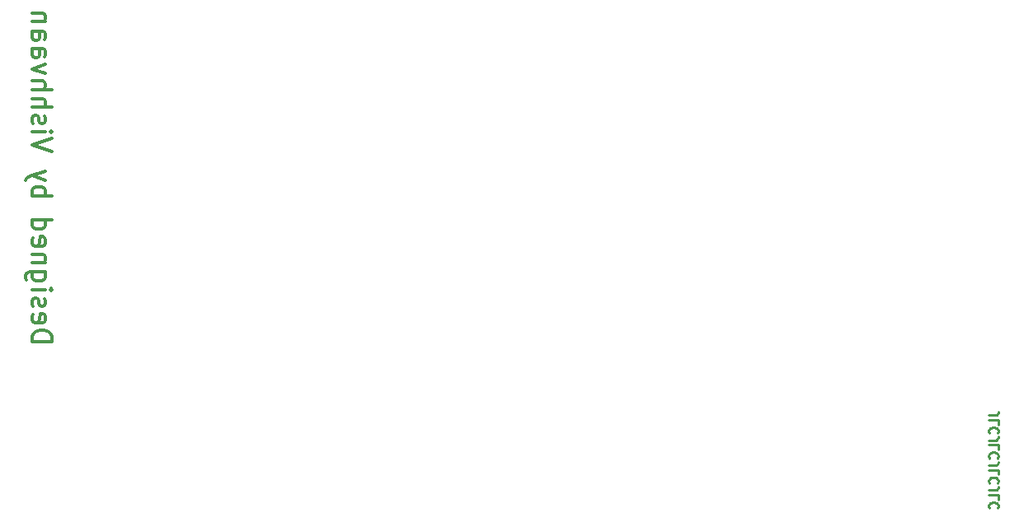
<source format=gbr>
G04 #@! TF.GenerationSoftware,KiCad,Pcbnew,5.1.5*
G04 #@! TF.CreationDate,2020-05-11T18:57:52-04:00*
G04 #@! TF.ProjectId,EVE-PCB-V4,4556452d-5043-4422-9d56-342e6b696361,rev?*
G04 #@! TF.SameCoordinates,Original*
G04 #@! TF.FileFunction,Legend,Bot*
G04 #@! TF.FilePolarity,Positive*
%FSLAX46Y46*%
G04 Gerber Fmt 4.6, Leading zero omitted, Abs format (unit mm)*
G04 Created by KiCad (PCBNEW 5.1.5) date 2020-05-11 18:57:52*
%MOMM*%
%LPD*%
G04 APERTURE LIST*
%ADD10C,0.250000*%
%ADD11C,0.300000*%
G04 APERTURE END LIST*
D10*
X187729880Y-77359452D02*
X188444166Y-77359452D01*
X188587023Y-77311833D01*
X188682261Y-77216595D01*
X188729880Y-77073738D01*
X188729880Y-76978500D01*
X188729880Y-78311833D02*
X188729880Y-77835642D01*
X187729880Y-77835642D01*
X188634642Y-79216595D02*
X188682261Y-79168976D01*
X188729880Y-79026119D01*
X188729880Y-78930880D01*
X188682261Y-78788023D01*
X188587023Y-78692785D01*
X188491785Y-78645166D01*
X188301309Y-78597547D01*
X188158452Y-78597547D01*
X187967976Y-78645166D01*
X187872738Y-78692785D01*
X187777500Y-78788023D01*
X187729880Y-78930880D01*
X187729880Y-79026119D01*
X187777500Y-79168976D01*
X187825119Y-79216595D01*
X187729880Y-79930880D02*
X188444166Y-79930880D01*
X188587023Y-79883261D01*
X188682261Y-79788023D01*
X188729880Y-79645166D01*
X188729880Y-79549928D01*
X188729880Y-80883261D02*
X188729880Y-80407071D01*
X187729880Y-80407071D01*
X188634642Y-81788023D02*
X188682261Y-81740404D01*
X188729880Y-81597547D01*
X188729880Y-81502309D01*
X188682261Y-81359452D01*
X188587023Y-81264214D01*
X188491785Y-81216595D01*
X188301309Y-81168976D01*
X188158452Y-81168976D01*
X187967976Y-81216595D01*
X187872738Y-81264214D01*
X187777500Y-81359452D01*
X187729880Y-81502309D01*
X187729880Y-81597547D01*
X187777500Y-81740404D01*
X187825119Y-81788023D01*
X187729880Y-82502309D02*
X188444166Y-82502309D01*
X188587023Y-82454690D01*
X188682261Y-82359452D01*
X188729880Y-82216595D01*
X188729880Y-82121357D01*
X188729880Y-83454690D02*
X188729880Y-82978500D01*
X187729880Y-82978500D01*
X188634642Y-84359452D02*
X188682261Y-84311833D01*
X188729880Y-84168976D01*
X188729880Y-84073738D01*
X188682261Y-83930880D01*
X188587023Y-83835642D01*
X188491785Y-83788023D01*
X188301309Y-83740404D01*
X188158452Y-83740404D01*
X187967976Y-83788023D01*
X187872738Y-83835642D01*
X187777500Y-83930880D01*
X187729880Y-84073738D01*
X187729880Y-84168976D01*
X187777500Y-84311833D01*
X187825119Y-84359452D01*
X187729880Y-85073738D02*
X188444166Y-85073738D01*
X188587023Y-85026119D01*
X188682261Y-84930880D01*
X188729880Y-84788023D01*
X188729880Y-84692785D01*
X188729880Y-86026119D02*
X188729880Y-85549928D01*
X187729880Y-85549928D01*
X188634642Y-86930880D02*
X188682261Y-86883261D01*
X188729880Y-86740404D01*
X188729880Y-86645166D01*
X188682261Y-86502309D01*
X188587023Y-86407071D01*
X188491785Y-86359452D01*
X188301309Y-86311833D01*
X188158452Y-86311833D01*
X187967976Y-86359452D01*
X187872738Y-86407071D01*
X187777500Y-86502309D01*
X187729880Y-86645166D01*
X187729880Y-86740404D01*
X187777500Y-86883261D01*
X187825119Y-86930880D01*
D11*
X89519238Y-69752642D02*
X91519238Y-69752642D01*
X91519238Y-69276452D01*
X91424000Y-68990738D01*
X91233523Y-68800261D01*
X91043047Y-68705023D01*
X90662095Y-68609785D01*
X90376380Y-68609785D01*
X89995428Y-68705023D01*
X89804952Y-68800261D01*
X89614476Y-68990738D01*
X89519238Y-69276452D01*
X89519238Y-69752642D01*
X89614476Y-66990738D02*
X89519238Y-67181214D01*
X89519238Y-67562166D01*
X89614476Y-67752642D01*
X89804952Y-67847880D01*
X90566857Y-67847880D01*
X90757333Y-67752642D01*
X90852571Y-67562166D01*
X90852571Y-67181214D01*
X90757333Y-66990738D01*
X90566857Y-66895500D01*
X90376380Y-66895500D01*
X90185904Y-67847880D01*
X89614476Y-66133595D02*
X89519238Y-65943119D01*
X89519238Y-65562166D01*
X89614476Y-65371690D01*
X89804952Y-65276452D01*
X89900190Y-65276452D01*
X90090666Y-65371690D01*
X90185904Y-65562166D01*
X90185904Y-65847880D01*
X90281142Y-66038357D01*
X90471619Y-66133595D01*
X90566857Y-66133595D01*
X90757333Y-66038357D01*
X90852571Y-65847880D01*
X90852571Y-65562166D01*
X90757333Y-65371690D01*
X89519238Y-64419309D02*
X90852571Y-64419309D01*
X91519238Y-64419309D02*
X91424000Y-64514547D01*
X91328761Y-64419309D01*
X91424000Y-64324071D01*
X91519238Y-64419309D01*
X91328761Y-64419309D01*
X90852571Y-62609785D02*
X89233523Y-62609785D01*
X89043047Y-62705023D01*
X88947809Y-62800261D01*
X88852571Y-62990738D01*
X88852571Y-63276452D01*
X88947809Y-63466928D01*
X89614476Y-62609785D02*
X89519238Y-62800261D01*
X89519238Y-63181214D01*
X89614476Y-63371690D01*
X89709714Y-63466928D01*
X89900190Y-63562166D01*
X90471619Y-63562166D01*
X90662095Y-63466928D01*
X90757333Y-63371690D01*
X90852571Y-63181214D01*
X90852571Y-62800261D01*
X90757333Y-62609785D01*
X90852571Y-61657404D02*
X89519238Y-61657404D01*
X90662095Y-61657404D02*
X90757333Y-61562166D01*
X90852571Y-61371690D01*
X90852571Y-61085976D01*
X90757333Y-60895500D01*
X90566857Y-60800261D01*
X89519238Y-60800261D01*
X89614476Y-59085976D02*
X89519238Y-59276452D01*
X89519238Y-59657404D01*
X89614476Y-59847880D01*
X89804952Y-59943119D01*
X90566857Y-59943119D01*
X90757333Y-59847880D01*
X90852571Y-59657404D01*
X90852571Y-59276452D01*
X90757333Y-59085976D01*
X90566857Y-58990738D01*
X90376380Y-58990738D01*
X90185904Y-59943119D01*
X89519238Y-57276452D02*
X91519238Y-57276452D01*
X89614476Y-57276452D02*
X89519238Y-57466928D01*
X89519238Y-57847880D01*
X89614476Y-58038357D01*
X89709714Y-58133595D01*
X89900190Y-58228833D01*
X90471619Y-58228833D01*
X90662095Y-58133595D01*
X90757333Y-58038357D01*
X90852571Y-57847880D01*
X90852571Y-57466928D01*
X90757333Y-57276452D01*
X89519238Y-54800261D02*
X91519238Y-54800261D01*
X90757333Y-54800261D02*
X90852571Y-54609785D01*
X90852571Y-54228833D01*
X90757333Y-54038357D01*
X90662095Y-53943119D01*
X90471619Y-53847880D01*
X89900190Y-53847880D01*
X89709714Y-53943119D01*
X89614476Y-54038357D01*
X89519238Y-54228833D01*
X89519238Y-54609785D01*
X89614476Y-54800261D01*
X90852571Y-53181214D02*
X89519238Y-52705023D01*
X90852571Y-52228833D02*
X89519238Y-52705023D01*
X89043047Y-52895500D01*
X88947809Y-52990738D01*
X88852571Y-53181214D01*
X91519238Y-50228833D02*
X89519238Y-49562166D01*
X91519238Y-48895500D01*
X89519238Y-48228833D02*
X90852571Y-48228833D01*
X91519238Y-48228833D02*
X91424000Y-48324071D01*
X91328761Y-48228833D01*
X91424000Y-48133595D01*
X91519238Y-48228833D01*
X91328761Y-48228833D01*
X89614476Y-47371690D02*
X89519238Y-47181214D01*
X89519238Y-46800261D01*
X89614476Y-46609785D01*
X89804952Y-46514547D01*
X89900190Y-46514547D01*
X90090666Y-46609785D01*
X90185904Y-46800261D01*
X90185904Y-47085976D01*
X90281142Y-47276452D01*
X90471619Y-47371690D01*
X90566857Y-47371690D01*
X90757333Y-47276452D01*
X90852571Y-47085976D01*
X90852571Y-46800261D01*
X90757333Y-46609785D01*
X89519238Y-45657404D02*
X91519238Y-45657404D01*
X89519238Y-44800261D02*
X90566857Y-44800261D01*
X90757333Y-44895500D01*
X90852571Y-45085976D01*
X90852571Y-45371690D01*
X90757333Y-45562166D01*
X90662095Y-45657404D01*
X89519238Y-43847880D02*
X91519238Y-43847880D01*
X89519238Y-42990738D02*
X90566857Y-42990738D01*
X90757333Y-43085976D01*
X90852571Y-43276452D01*
X90852571Y-43562166D01*
X90757333Y-43752642D01*
X90662095Y-43847880D01*
X90852571Y-42228833D02*
X89519238Y-41752642D01*
X90852571Y-41276452D01*
X89519238Y-39657404D02*
X90566857Y-39657404D01*
X90757333Y-39752642D01*
X90852571Y-39943119D01*
X90852571Y-40324071D01*
X90757333Y-40514547D01*
X89614476Y-39657404D02*
X89519238Y-39847880D01*
X89519238Y-40324071D01*
X89614476Y-40514547D01*
X89804952Y-40609785D01*
X89995428Y-40609785D01*
X90185904Y-40514547D01*
X90281142Y-40324071D01*
X90281142Y-39847880D01*
X90376380Y-39657404D01*
X89519238Y-37847880D02*
X90566857Y-37847880D01*
X90757333Y-37943119D01*
X90852571Y-38133595D01*
X90852571Y-38514547D01*
X90757333Y-38705023D01*
X89614476Y-37847880D02*
X89519238Y-38038357D01*
X89519238Y-38514547D01*
X89614476Y-38705023D01*
X89804952Y-38800261D01*
X89995428Y-38800261D01*
X90185904Y-38705023D01*
X90281142Y-38514547D01*
X90281142Y-38038357D01*
X90376380Y-37847880D01*
X90852571Y-36895500D02*
X89519238Y-36895500D01*
X90662095Y-36895500D02*
X90757333Y-36800261D01*
X90852571Y-36609785D01*
X90852571Y-36324071D01*
X90757333Y-36133595D01*
X90566857Y-36038357D01*
X89519238Y-36038357D01*
M02*

</source>
